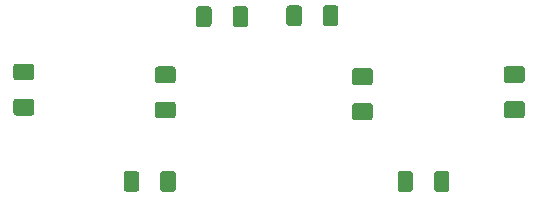
<source format=gbr>
G04 #@! TF.GenerationSoftware,KiCad,Pcbnew,(5.1.5-0-10_14)*
G04 #@! TF.CreationDate,2021-09-26T22:00:01-06:00*
G04 #@! TF.ProjectId,2021DC435,32303231-4443-4343-9335-2e6b69636164,rev?*
G04 #@! TF.SameCoordinates,Original*
G04 #@! TF.FileFunction,Paste,Bot*
G04 #@! TF.FilePolarity,Positive*
%FSLAX46Y46*%
G04 Gerber Fmt 4.6, Leading zero omitted, Abs format (unit mm)*
G04 Created by KiCad (PCBNEW (5.1.5-0-10_14)) date 2021-09-26 22:00:01*
%MOMM*%
%LPD*%
G04 APERTURE LIST*
%ADD10C,0.100000*%
G04 APERTURE END LIST*
D10*
G36*
X131080164Y-81092004D02*
G01*
X131104433Y-81095604D01*
X131128231Y-81101565D01*
X131151331Y-81109830D01*
X131173509Y-81120320D01*
X131194553Y-81132933D01*
X131214258Y-81147547D01*
X131232437Y-81164023D01*
X131248913Y-81182202D01*
X131263527Y-81201907D01*
X131276140Y-81222951D01*
X131286630Y-81245129D01*
X131294895Y-81268229D01*
X131300856Y-81292027D01*
X131304456Y-81316296D01*
X131305660Y-81340800D01*
X131305660Y-82590800D01*
X131304456Y-82615304D01*
X131300856Y-82639573D01*
X131294895Y-82663371D01*
X131286630Y-82686471D01*
X131276140Y-82708649D01*
X131263527Y-82729693D01*
X131248913Y-82749398D01*
X131232437Y-82767577D01*
X131214258Y-82784053D01*
X131194553Y-82798667D01*
X131173509Y-82811280D01*
X131151331Y-82821770D01*
X131128231Y-82830035D01*
X131104433Y-82835996D01*
X131080164Y-82839596D01*
X131055660Y-82840800D01*
X130255660Y-82840800D01*
X130231156Y-82839596D01*
X130206887Y-82835996D01*
X130183089Y-82830035D01*
X130159989Y-82821770D01*
X130137811Y-82811280D01*
X130116767Y-82798667D01*
X130097062Y-82784053D01*
X130078883Y-82767577D01*
X130062407Y-82749398D01*
X130047793Y-82729693D01*
X130035180Y-82708649D01*
X130024690Y-82686471D01*
X130016425Y-82663371D01*
X130010464Y-82639573D01*
X130006864Y-82615304D01*
X130005660Y-82590800D01*
X130005660Y-81340800D01*
X130006864Y-81316296D01*
X130010464Y-81292027D01*
X130016425Y-81268229D01*
X130024690Y-81245129D01*
X130035180Y-81222951D01*
X130047793Y-81201907D01*
X130062407Y-81182202D01*
X130078883Y-81164023D01*
X130097062Y-81147547D01*
X130116767Y-81132933D01*
X130137811Y-81120320D01*
X130159989Y-81109830D01*
X130183089Y-81101565D01*
X130206887Y-81095604D01*
X130231156Y-81092004D01*
X130255660Y-81090800D01*
X131055660Y-81090800D01*
X131080164Y-81092004D01*
G37*
G36*
X127980164Y-81092004D02*
G01*
X128004433Y-81095604D01*
X128028231Y-81101565D01*
X128051331Y-81109830D01*
X128073509Y-81120320D01*
X128094553Y-81132933D01*
X128114258Y-81147547D01*
X128132437Y-81164023D01*
X128148913Y-81182202D01*
X128163527Y-81201907D01*
X128176140Y-81222951D01*
X128186630Y-81245129D01*
X128194895Y-81268229D01*
X128200856Y-81292027D01*
X128204456Y-81316296D01*
X128205660Y-81340800D01*
X128205660Y-82590800D01*
X128204456Y-82615304D01*
X128200856Y-82639573D01*
X128194895Y-82663371D01*
X128186630Y-82686471D01*
X128176140Y-82708649D01*
X128163527Y-82729693D01*
X128148913Y-82749398D01*
X128132437Y-82767577D01*
X128114258Y-82784053D01*
X128094553Y-82798667D01*
X128073509Y-82811280D01*
X128051331Y-82821770D01*
X128028231Y-82830035D01*
X128004433Y-82835996D01*
X127980164Y-82839596D01*
X127955660Y-82840800D01*
X127155660Y-82840800D01*
X127131156Y-82839596D01*
X127106887Y-82835996D01*
X127083089Y-82830035D01*
X127059989Y-82821770D01*
X127037811Y-82811280D01*
X127016767Y-82798667D01*
X126997062Y-82784053D01*
X126978883Y-82767577D01*
X126962407Y-82749398D01*
X126947793Y-82729693D01*
X126935180Y-82708649D01*
X126924690Y-82686471D01*
X126916425Y-82663371D01*
X126910464Y-82639573D01*
X126906864Y-82615304D01*
X126905660Y-82590800D01*
X126905660Y-81340800D01*
X126906864Y-81316296D01*
X126910464Y-81292027D01*
X126916425Y-81268229D01*
X126924690Y-81245129D01*
X126935180Y-81222951D01*
X126947793Y-81201907D01*
X126962407Y-81182202D01*
X126978883Y-81164023D01*
X126997062Y-81147547D01*
X127016767Y-81132933D01*
X127037811Y-81120320D01*
X127059989Y-81109830D01*
X127083089Y-81101565D01*
X127106887Y-81095604D01*
X127131156Y-81092004D01*
X127155660Y-81090800D01*
X127955660Y-81090800D01*
X127980164Y-81092004D01*
G37*
G36*
X140483244Y-95117884D02*
G01*
X140507513Y-95121484D01*
X140531311Y-95127445D01*
X140554411Y-95135710D01*
X140576589Y-95146200D01*
X140597633Y-95158813D01*
X140617338Y-95173427D01*
X140635517Y-95189903D01*
X140651993Y-95208082D01*
X140666607Y-95227787D01*
X140679220Y-95248831D01*
X140689710Y-95271009D01*
X140697975Y-95294109D01*
X140703936Y-95317907D01*
X140707536Y-95342176D01*
X140708740Y-95366680D01*
X140708740Y-96616680D01*
X140707536Y-96641184D01*
X140703936Y-96665453D01*
X140697975Y-96689251D01*
X140689710Y-96712351D01*
X140679220Y-96734529D01*
X140666607Y-96755573D01*
X140651993Y-96775278D01*
X140635517Y-96793457D01*
X140617338Y-96809933D01*
X140597633Y-96824547D01*
X140576589Y-96837160D01*
X140554411Y-96847650D01*
X140531311Y-96855915D01*
X140507513Y-96861876D01*
X140483244Y-96865476D01*
X140458740Y-96866680D01*
X139658740Y-96866680D01*
X139634236Y-96865476D01*
X139609967Y-96861876D01*
X139586169Y-96855915D01*
X139563069Y-96847650D01*
X139540891Y-96837160D01*
X139519847Y-96824547D01*
X139500142Y-96809933D01*
X139481963Y-96793457D01*
X139465487Y-96775278D01*
X139450873Y-96755573D01*
X139438260Y-96734529D01*
X139427770Y-96712351D01*
X139419505Y-96689251D01*
X139413544Y-96665453D01*
X139409944Y-96641184D01*
X139408740Y-96616680D01*
X139408740Y-95366680D01*
X139409944Y-95342176D01*
X139413544Y-95317907D01*
X139419505Y-95294109D01*
X139427770Y-95271009D01*
X139438260Y-95248831D01*
X139450873Y-95227787D01*
X139465487Y-95208082D01*
X139481963Y-95189903D01*
X139500142Y-95173427D01*
X139519847Y-95158813D01*
X139540891Y-95146200D01*
X139563069Y-95135710D01*
X139586169Y-95127445D01*
X139609967Y-95121484D01*
X139634236Y-95117884D01*
X139658740Y-95116680D01*
X140458740Y-95116680D01*
X140483244Y-95117884D01*
G37*
G36*
X137383244Y-95117884D02*
G01*
X137407513Y-95121484D01*
X137431311Y-95127445D01*
X137454411Y-95135710D01*
X137476589Y-95146200D01*
X137497633Y-95158813D01*
X137517338Y-95173427D01*
X137535517Y-95189903D01*
X137551993Y-95208082D01*
X137566607Y-95227787D01*
X137579220Y-95248831D01*
X137589710Y-95271009D01*
X137597975Y-95294109D01*
X137603936Y-95317907D01*
X137607536Y-95342176D01*
X137608740Y-95366680D01*
X137608740Y-96616680D01*
X137607536Y-96641184D01*
X137603936Y-96665453D01*
X137597975Y-96689251D01*
X137589710Y-96712351D01*
X137579220Y-96734529D01*
X137566607Y-96755573D01*
X137551993Y-96775278D01*
X137535517Y-96793457D01*
X137517338Y-96809933D01*
X137497633Y-96824547D01*
X137476589Y-96837160D01*
X137454411Y-96847650D01*
X137431311Y-96855915D01*
X137407513Y-96861876D01*
X137383244Y-96865476D01*
X137358740Y-96866680D01*
X136558740Y-96866680D01*
X136534236Y-96865476D01*
X136509967Y-96861876D01*
X136486169Y-96855915D01*
X136463069Y-96847650D01*
X136440891Y-96837160D01*
X136419847Y-96824547D01*
X136400142Y-96809933D01*
X136381963Y-96793457D01*
X136365487Y-96775278D01*
X136350873Y-96755573D01*
X136338260Y-96734529D01*
X136327770Y-96712351D01*
X136319505Y-96689251D01*
X136313544Y-96665453D01*
X136309944Y-96641184D01*
X136308740Y-96616680D01*
X136308740Y-95366680D01*
X136309944Y-95342176D01*
X136313544Y-95317907D01*
X136319505Y-95294109D01*
X136327770Y-95271009D01*
X136338260Y-95248831D01*
X136350873Y-95227787D01*
X136365487Y-95208082D01*
X136381963Y-95189903D01*
X136400142Y-95173427D01*
X136419847Y-95158813D01*
X136440891Y-95146200D01*
X136463069Y-95135710D01*
X136486169Y-95127445D01*
X136509967Y-95121484D01*
X136534236Y-95117884D01*
X136558740Y-95116680D01*
X137358740Y-95116680D01*
X137383244Y-95117884D01*
G37*
G36*
X123434764Y-81173284D02*
G01*
X123459033Y-81176884D01*
X123482831Y-81182845D01*
X123505931Y-81191110D01*
X123528109Y-81201600D01*
X123549153Y-81214213D01*
X123568858Y-81228827D01*
X123587037Y-81245303D01*
X123603513Y-81263482D01*
X123618127Y-81283187D01*
X123630740Y-81304231D01*
X123641230Y-81326409D01*
X123649495Y-81349509D01*
X123655456Y-81373307D01*
X123659056Y-81397576D01*
X123660260Y-81422080D01*
X123660260Y-82672080D01*
X123659056Y-82696584D01*
X123655456Y-82720853D01*
X123649495Y-82744651D01*
X123641230Y-82767751D01*
X123630740Y-82789929D01*
X123618127Y-82810973D01*
X123603513Y-82830678D01*
X123587037Y-82848857D01*
X123568858Y-82865333D01*
X123549153Y-82879947D01*
X123528109Y-82892560D01*
X123505931Y-82903050D01*
X123482831Y-82911315D01*
X123459033Y-82917276D01*
X123434764Y-82920876D01*
X123410260Y-82922080D01*
X122610260Y-82922080D01*
X122585756Y-82920876D01*
X122561487Y-82917276D01*
X122537689Y-82911315D01*
X122514589Y-82903050D01*
X122492411Y-82892560D01*
X122471367Y-82879947D01*
X122451662Y-82865333D01*
X122433483Y-82848857D01*
X122417007Y-82830678D01*
X122402393Y-82810973D01*
X122389780Y-82789929D01*
X122379290Y-82767751D01*
X122371025Y-82744651D01*
X122365064Y-82720853D01*
X122361464Y-82696584D01*
X122360260Y-82672080D01*
X122360260Y-81422080D01*
X122361464Y-81397576D01*
X122365064Y-81373307D01*
X122371025Y-81349509D01*
X122379290Y-81326409D01*
X122389780Y-81304231D01*
X122402393Y-81283187D01*
X122417007Y-81263482D01*
X122433483Y-81245303D01*
X122451662Y-81228827D01*
X122471367Y-81214213D01*
X122492411Y-81201600D01*
X122514589Y-81191110D01*
X122537689Y-81182845D01*
X122561487Y-81176884D01*
X122585756Y-81173284D01*
X122610260Y-81172080D01*
X123410260Y-81172080D01*
X123434764Y-81173284D01*
G37*
G36*
X120334764Y-81173284D02*
G01*
X120359033Y-81176884D01*
X120382831Y-81182845D01*
X120405931Y-81191110D01*
X120428109Y-81201600D01*
X120449153Y-81214213D01*
X120468858Y-81228827D01*
X120487037Y-81245303D01*
X120503513Y-81263482D01*
X120518127Y-81283187D01*
X120530740Y-81304231D01*
X120541230Y-81326409D01*
X120549495Y-81349509D01*
X120555456Y-81373307D01*
X120559056Y-81397576D01*
X120560260Y-81422080D01*
X120560260Y-82672080D01*
X120559056Y-82696584D01*
X120555456Y-82720853D01*
X120549495Y-82744651D01*
X120541230Y-82767751D01*
X120530740Y-82789929D01*
X120518127Y-82810973D01*
X120503513Y-82830678D01*
X120487037Y-82848857D01*
X120468858Y-82865333D01*
X120449153Y-82879947D01*
X120428109Y-82892560D01*
X120405931Y-82903050D01*
X120382831Y-82911315D01*
X120359033Y-82917276D01*
X120334764Y-82920876D01*
X120310260Y-82922080D01*
X119510260Y-82922080D01*
X119485756Y-82920876D01*
X119461487Y-82917276D01*
X119437689Y-82911315D01*
X119414589Y-82903050D01*
X119392411Y-82892560D01*
X119371367Y-82879947D01*
X119351662Y-82865333D01*
X119333483Y-82848857D01*
X119317007Y-82830678D01*
X119302393Y-82810973D01*
X119289780Y-82789929D01*
X119279290Y-82767751D01*
X119271025Y-82744651D01*
X119265064Y-82720853D01*
X119261464Y-82696584D01*
X119260260Y-82672080D01*
X119260260Y-81422080D01*
X119261464Y-81397576D01*
X119265064Y-81373307D01*
X119271025Y-81349509D01*
X119279290Y-81326409D01*
X119289780Y-81304231D01*
X119302393Y-81283187D01*
X119317007Y-81263482D01*
X119333483Y-81245303D01*
X119351662Y-81228827D01*
X119371367Y-81214213D01*
X119392411Y-81201600D01*
X119414589Y-81191110D01*
X119437689Y-81182845D01*
X119461487Y-81176884D01*
X119485756Y-81173284D01*
X119510260Y-81172080D01*
X120310260Y-81172080D01*
X120334764Y-81173284D01*
G37*
G36*
X117300664Y-95117884D02*
G01*
X117324933Y-95121484D01*
X117348731Y-95127445D01*
X117371831Y-95135710D01*
X117394009Y-95146200D01*
X117415053Y-95158813D01*
X117434758Y-95173427D01*
X117452937Y-95189903D01*
X117469413Y-95208082D01*
X117484027Y-95227787D01*
X117496640Y-95248831D01*
X117507130Y-95271009D01*
X117515395Y-95294109D01*
X117521356Y-95317907D01*
X117524956Y-95342176D01*
X117526160Y-95366680D01*
X117526160Y-96616680D01*
X117524956Y-96641184D01*
X117521356Y-96665453D01*
X117515395Y-96689251D01*
X117507130Y-96712351D01*
X117496640Y-96734529D01*
X117484027Y-96755573D01*
X117469413Y-96775278D01*
X117452937Y-96793457D01*
X117434758Y-96809933D01*
X117415053Y-96824547D01*
X117394009Y-96837160D01*
X117371831Y-96847650D01*
X117348731Y-96855915D01*
X117324933Y-96861876D01*
X117300664Y-96865476D01*
X117276160Y-96866680D01*
X116476160Y-96866680D01*
X116451656Y-96865476D01*
X116427387Y-96861876D01*
X116403589Y-96855915D01*
X116380489Y-96847650D01*
X116358311Y-96837160D01*
X116337267Y-96824547D01*
X116317562Y-96809933D01*
X116299383Y-96793457D01*
X116282907Y-96775278D01*
X116268293Y-96755573D01*
X116255680Y-96734529D01*
X116245190Y-96712351D01*
X116236925Y-96689251D01*
X116230964Y-96665453D01*
X116227364Y-96641184D01*
X116226160Y-96616680D01*
X116226160Y-95366680D01*
X116227364Y-95342176D01*
X116230964Y-95317907D01*
X116236925Y-95294109D01*
X116245190Y-95271009D01*
X116255680Y-95248831D01*
X116268293Y-95227787D01*
X116282907Y-95208082D01*
X116299383Y-95189903D01*
X116317562Y-95173427D01*
X116337267Y-95158813D01*
X116358311Y-95146200D01*
X116380489Y-95135710D01*
X116403589Y-95127445D01*
X116427387Y-95121484D01*
X116451656Y-95117884D01*
X116476160Y-95116680D01*
X117276160Y-95116680D01*
X117300664Y-95117884D01*
G37*
G36*
X114200664Y-95117884D02*
G01*
X114224933Y-95121484D01*
X114248731Y-95127445D01*
X114271831Y-95135710D01*
X114294009Y-95146200D01*
X114315053Y-95158813D01*
X114334758Y-95173427D01*
X114352937Y-95189903D01*
X114369413Y-95208082D01*
X114384027Y-95227787D01*
X114396640Y-95248831D01*
X114407130Y-95271009D01*
X114415395Y-95294109D01*
X114421356Y-95317907D01*
X114424956Y-95342176D01*
X114426160Y-95366680D01*
X114426160Y-96616680D01*
X114424956Y-96641184D01*
X114421356Y-96665453D01*
X114415395Y-96689251D01*
X114407130Y-96712351D01*
X114396640Y-96734529D01*
X114384027Y-96755573D01*
X114369413Y-96775278D01*
X114352937Y-96793457D01*
X114334758Y-96809933D01*
X114315053Y-96824547D01*
X114294009Y-96837160D01*
X114271831Y-96847650D01*
X114248731Y-96855915D01*
X114224933Y-96861876D01*
X114200664Y-96865476D01*
X114176160Y-96866680D01*
X113376160Y-96866680D01*
X113351656Y-96865476D01*
X113327387Y-96861876D01*
X113303589Y-96855915D01*
X113280489Y-96847650D01*
X113258311Y-96837160D01*
X113237267Y-96824547D01*
X113217562Y-96809933D01*
X113199383Y-96793457D01*
X113182907Y-96775278D01*
X113168293Y-96755573D01*
X113155680Y-96734529D01*
X113145190Y-96712351D01*
X113136925Y-96689251D01*
X113130964Y-96665453D01*
X113127364Y-96641184D01*
X113126160Y-96616680D01*
X113126160Y-95366680D01*
X113127364Y-95342176D01*
X113130964Y-95317907D01*
X113136925Y-95294109D01*
X113145190Y-95271009D01*
X113155680Y-95248831D01*
X113168293Y-95227787D01*
X113182907Y-95208082D01*
X113199383Y-95189903D01*
X113217562Y-95173427D01*
X113237267Y-95158813D01*
X113258311Y-95146200D01*
X113280489Y-95135710D01*
X113303589Y-95127445D01*
X113327387Y-95121484D01*
X113351656Y-95117884D01*
X113376160Y-95116680D01*
X114176160Y-95116680D01*
X114200664Y-95117884D01*
G37*
G36*
X146846824Y-89211384D02*
G01*
X146871093Y-89214984D01*
X146894891Y-89220945D01*
X146917991Y-89229210D01*
X146940169Y-89239700D01*
X146961213Y-89252313D01*
X146980918Y-89266927D01*
X146999097Y-89283403D01*
X147015573Y-89301582D01*
X147030187Y-89321287D01*
X147042800Y-89342331D01*
X147053290Y-89364509D01*
X147061555Y-89387609D01*
X147067516Y-89411407D01*
X147071116Y-89435676D01*
X147072320Y-89460180D01*
X147072320Y-90385180D01*
X147071116Y-90409684D01*
X147067516Y-90433953D01*
X147061555Y-90457751D01*
X147053290Y-90480851D01*
X147042800Y-90503029D01*
X147030187Y-90524073D01*
X147015573Y-90543778D01*
X146999097Y-90561957D01*
X146980918Y-90578433D01*
X146961213Y-90593047D01*
X146940169Y-90605660D01*
X146917991Y-90616150D01*
X146894891Y-90624415D01*
X146871093Y-90630376D01*
X146846824Y-90633976D01*
X146822320Y-90635180D01*
X145572320Y-90635180D01*
X145547816Y-90633976D01*
X145523547Y-90630376D01*
X145499749Y-90624415D01*
X145476649Y-90616150D01*
X145454471Y-90605660D01*
X145433427Y-90593047D01*
X145413722Y-90578433D01*
X145395543Y-90561957D01*
X145379067Y-90543778D01*
X145364453Y-90524073D01*
X145351840Y-90503029D01*
X145341350Y-90480851D01*
X145333085Y-90457751D01*
X145327124Y-90433953D01*
X145323524Y-90409684D01*
X145322320Y-90385180D01*
X145322320Y-89460180D01*
X145323524Y-89435676D01*
X145327124Y-89411407D01*
X145333085Y-89387609D01*
X145341350Y-89364509D01*
X145351840Y-89342331D01*
X145364453Y-89321287D01*
X145379067Y-89301582D01*
X145395543Y-89283403D01*
X145413722Y-89266927D01*
X145433427Y-89252313D01*
X145454471Y-89239700D01*
X145476649Y-89229210D01*
X145499749Y-89220945D01*
X145523547Y-89214984D01*
X145547816Y-89211384D01*
X145572320Y-89210180D01*
X146822320Y-89210180D01*
X146846824Y-89211384D01*
G37*
G36*
X146846824Y-86236384D02*
G01*
X146871093Y-86239984D01*
X146894891Y-86245945D01*
X146917991Y-86254210D01*
X146940169Y-86264700D01*
X146961213Y-86277313D01*
X146980918Y-86291927D01*
X146999097Y-86308403D01*
X147015573Y-86326582D01*
X147030187Y-86346287D01*
X147042800Y-86367331D01*
X147053290Y-86389509D01*
X147061555Y-86412609D01*
X147067516Y-86436407D01*
X147071116Y-86460676D01*
X147072320Y-86485180D01*
X147072320Y-87410180D01*
X147071116Y-87434684D01*
X147067516Y-87458953D01*
X147061555Y-87482751D01*
X147053290Y-87505851D01*
X147042800Y-87528029D01*
X147030187Y-87549073D01*
X147015573Y-87568778D01*
X146999097Y-87586957D01*
X146980918Y-87603433D01*
X146961213Y-87618047D01*
X146940169Y-87630660D01*
X146917991Y-87641150D01*
X146894891Y-87649415D01*
X146871093Y-87655376D01*
X146846824Y-87658976D01*
X146822320Y-87660180D01*
X145572320Y-87660180D01*
X145547816Y-87658976D01*
X145523547Y-87655376D01*
X145499749Y-87649415D01*
X145476649Y-87641150D01*
X145454471Y-87630660D01*
X145433427Y-87618047D01*
X145413722Y-87603433D01*
X145395543Y-87586957D01*
X145379067Y-87568778D01*
X145364453Y-87549073D01*
X145351840Y-87528029D01*
X145341350Y-87505851D01*
X145333085Y-87482751D01*
X145327124Y-87458953D01*
X145323524Y-87434684D01*
X145322320Y-87410180D01*
X145322320Y-86485180D01*
X145323524Y-86460676D01*
X145327124Y-86436407D01*
X145333085Y-86412609D01*
X145341350Y-86389509D01*
X145351840Y-86367331D01*
X145364453Y-86346287D01*
X145379067Y-86326582D01*
X145395543Y-86308403D01*
X145413722Y-86291927D01*
X145433427Y-86277313D01*
X145454471Y-86264700D01*
X145476649Y-86254210D01*
X145499749Y-86245945D01*
X145523547Y-86239984D01*
X145547816Y-86236384D01*
X145572320Y-86235180D01*
X146822320Y-86235180D01*
X146846824Y-86236384D01*
G37*
G36*
X133981724Y-89386644D02*
G01*
X134005993Y-89390244D01*
X134029791Y-89396205D01*
X134052891Y-89404470D01*
X134075069Y-89414960D01*
X134096113Y-89427573D01*
X134115818Y-89442187D01*
X134133997Y-89458663D01*
X134150473Y-89476842D01*
X134165087Y-89496547D01*
X134177700Y-89517591D01*
X134188190Y-89539769D01*
X134196455Y-89562869D01*
X134202416Y-89586667D01*
X134206016Y-89610936D01*
X134207220Y-89635440D01*
X134207220Y-90560440D01*
X134206016Y-90584944D01*
X134202416Y-90609213D01*
X134196455Y-90633011D01*
X134188190Y-90656111D01*
X134177700Y-90678289D01*
X134165087Y-90699333D01*
X134150473Y-90719038D01*
X134133997Y-90737217D01*
X134115818Y-90753693D01*
X134096113Y-90768307D01*
X134075069Y-90780920D01*
X134052891Y-90791410D01*
X134029791Y-90799675D01*
X134005993Y-90805636D01*
X133981724Y-90809236D01*
X133957220Y-90810440D01*
X132707220Y-90810440D01*
X132682716Y-90809236D01*
X132658447Y-90805636D01*
X132634649Y-90799675D01*
X132611549Y-90791410D01*
X132589371Y-90780920D01*
X132568327Y-90768307D01*
X132548622Y-90753693D01*
X132530443Y-90737217D01*
X132513967Y-90719038D01*
X132499353Y-90699333D01*
X132486740Y-90678289D01*
X132476250Y-90656111D01*
X132467985Y-90633011D01*
X132462024Y-90609213D01*
X132458424Y-90584944D01*
X132457220Y-90560440D01*
X132457220Y-89635440D01*
X132458424Y-89610936D01*
X132462024Y-89586667D01*
X132467985Y-89562869D01*
X132476250Y-89539769D01*
X132486740Y-89517591D01*
X132499353Y-89496547D01*
X132513967Y-89476842D01*
X132530443Y-89458663D01*
X132548622Y-89442187D01*
X132568327Y-89427573D01*
X132589371Y-89414960D01*
X132611549Y-89404470D01*
X132634649Y-89396205D01*
X132658447Y-89390244D01*
X132682716Y-89386644D01*
X132707220Y-89385440D01*
X133957220Y-89385440D01*
X133981724Y-89386644D01*
G37*
G36*
X133981724Y-86411644D02*
G01*
X134005993Y-86415244D01*
X134029791Y-86421205D01*
X134052891Y-86429470D01*
X134075069Y-86439960D01*
X134096113Y-86452573D01*
X134115818Y-86467187D01*
X134133997Y-86483663D01*
X134150473Y-86501842D01*
X134165087Y-86521547D01*
X134177700Y-86542591D01*
X134188190Y-86564769D01*
X134196455Y-86587869D01*
X134202416Y-86611667D01*
X134206016Y-86635936D01*
X134207220Y-86660440D01*
X134207220Y-87585440D01*
X134206016Y-87609944D01*
X134202416Y-87634213D01*
X134196455Y-87658011D01*
X134188190Y-87681111D01*
X134177700Y-87703289D01*
X134165087Y-87724333D01*
X134150473Y-87744038D01*
X134133997Y-87762217D01*
X134115818Y-87778693D01*
X134096113Y-87793307D01*
X134075069Y-87805920D01*
X134052891Y-87816410D01*
X134029791Y-87824675D01*
X134005993Y-87830636D01*
X133981724Y-87834236D01*
X133957220Y-87835440D01*
X132707220Y-87835440D01*
X132682716Y-87834236D01*
X132658447Y-87830636D01*
X132634649Y-87824675D01*
X132611549Y-87816410D01*
X132589371Y-87805920D01*
X132568327Y-87793307D01*
X132548622Y-87778693D01*
X132530443Y-87762217D01*
X132513967Y-87744038D01*
X132499353Y-87724333D01*
X132486740Y-87703289D01*
X132476250Y-87681111D01*
X132467985Y-87658011D01*
X132462024Y-87634213D01*
X132458424Y-87609944D01*
X132457220Y-87585440D01*
X132457220Y-86660440D01*
X132458424Y-86635936D01*
X132462024Y-86611667D01*
X132467985Y-86587869D01*
X132476250Y-86564769D01*
X132486740Y-86542591D01*
X132499353Y-86521547D01*
X132513967Y-86501842D01*
X132530443Y-86483663D01*
X132548622Y-86467187D01*
X132568327Y-86452573D01*
X132589371Y-86439960D01*
X132611549Y-86429470D01*
X132634649Y-86421205D01*
X132658447Y-86415244D01*
X132682716Y-86411644D01*
X132707220Y-86410440D01*
X133957220Y-86410440D01*
X133981724Y-86411644D01*
G37*
G36*
X117293924Y-89236784D02*
G01*
X117318193Y-89240384D01*
X117341991Y-89246345D01*
X117365091Y-89254610D01*
X117387269Y-89265100D01*
X117408313Y-89277713D01*
X117428018Y-89292327D01*
X117446197Y-89308803D01*
X117462673Y-89326982D01*
X117477287Y-89346687D01*
X117489900Y-89367731D01*
X117500390Y-89389909D01*
X117508655Y-89413009D01*
X117514616Y-89436807D01*
X117518216Y-89461076D01*
X117519420Y-89485580D01*
X117519420Y-90410580D01*
X117518216Y-90435084D01*
X117514616Y-90459353D01*
X117508655Y-90483151D01*
X117500390Y-90506251D01*
X117489900Y-90528429D01*
X117477287Y-90549473D01*
X117462673Y-90569178D01*
X117446197Y-90587357D01*
X117428018Y-90603833D01*
X117408313Y-90618447D01*
X117387269Y-90631060D01*
X117365091Y-90641550D01*
X117341991Y-90649815D01*
X117318193Y-90655776D01*
X117293924Y-90659376D01*
X117269420Y-90660580D01*
X116019420Y-90660580D01*
X115994916Y-90659376D01*
X115970647Y-90655776D01*
X115946849Y-90649815D01*
X115923749Y-90641550D01*
X115901571Y-90631060D01*
X115880527Y-90618447D01*
X115860822Y-90603833D01*
X115842643Y-90587357D01*
X115826167Y-90569178D01*
X115811553Y-90549473D01*
X115798940Y-90528429D01*
X115788450Y-90506251D01*
X115780185Y-90483151D01*
X115774224Y-90459353D01*
X115770624Y-90435084D01*
X115769420Y-90410580D01*
X115769420Y-89485580D01*
X115770624Y-89461076D01*
X115774224Y-89436807D01*
X115780185Y-89413009D01*
X115788450Y-89389909D01*
X115798940Y-89367731D01*
X115811553Y-89346687D01*
X115826167Y-89326982D01*
X115842643Y-89308803D01*
X115860822Y-89292327D01*
X115880527Y-89277713D01*
X115901571Y-89265100D01*
X115923749Y-89254610D01*
X115946849Y-89246345D01*
X115970647Y-89240384D01*
X115994916Y-89236784D01*
X116019420Y-89235580D01*
X117269420Y-89235580D01*
X117293924Y-89236784D01*
G37*
G36*
X117293924Y-86261784D02*
G01*
X117318193Y-86265384D01*
X117341991Y-86271345D01*
X117365091Y-86279610D01*
X117387269Y-86290100D01*
X117408313Y-86302713D01*
X117428018Y-86317327D01*
X117446197Y-86333803D01*
X117462673Y-86351982D01*
X117477287Y-86371687D01*
X117489900Y-86392731D01*
X117500390Y-86414909D01*
X117508655Y-86438009D01*
X117514616Y-86461807D01*
X117518216Y-86486076D01*
X117519420Y-86510580D01*
X117519420Y-87435580D01*
X117518216Y-87460084D01*
X117514616Y-87484353D01*
X117508655Y-87508151D01*
X117500390Y-87531251D01*
X117489900Y-87553429D01*
X117477287Y-87574473D01*
X117462673Y-87594178D01*
X117446197Y-87612357D01*
X117428018Y-87628833D01*
X117408313Y-87643447D01*
X117387269Y-87656060D01*
X117365091Y-87666550D01*
X117341991Y-87674815D01*
X117318193Y-87680776D01*
X117293924Y-87684376D01*
X117269420Y-87685580D01*
X116019420Y-87685580D01*
X115994916Y-87684376D01*
X115970647Y-87680776D01*
X115946849Y-87674815D01*
X115923749Y-87666550D01*
X115901571Y-87656060D01*
X115880527Y-87643447D01*
X115860822Y-87628833D01*
X115842643Y-87612357D01*
X115826167Y-87594178D01*
X115811553Y-87574473D01*
X115798940Y-87553429D01*
X115788450Y-87531251D01*
X115780185Y-87508151D01*
X115774224Y-87484353D01*
X115770624Y-87460084D01*
X115769420Y-87435580D01*
X115769420Y-86510580D01*
X115770624Y-86486076D01*
X115774224Y-86461807D01*
X115780185Y-86438009D01*
X115788450Y-86414909D01*
X115798940Y-86392731D01*
X115811553Y-86371687D01*
X115826167Y-86351982D01*
X115842643Y-86333803D01*
X115860822Y-86317327D01*
X115880527Y-86302713D01*
X115901571Y-86290100D01*
X115923749Y-86279610D01*
X115946849Y-86271345D01*
X115970647Y-86265384D01*
X115994916Y-86261784D01*
X116019420Y-86260580D01*
X117269420Y-86260580D01*
X117293924Y-86261784D01*
G37*
G36*
X105312744Y-88998024D02*
G01*
X105337013Y-89001624D01*
X105360811Y-89007585D01*
X105383911Y-89015850D01*
X105406089Y-89026340D01*
X105427133Y-89038953D01*
X105446838Y-89053567D01*
X105465017Y-89070043D01*
X105481493Y-89088222D01*
X105496107Y-89107927D01*
X105508720Y-89128971D01*
X105519210Y-89151149D01*
X105527475Y-89174249D01*
X105533436Y-89198047D01*
X105537036Y-89222316D01*
X105538240Y-89246820D01*
X105538240Y-90171820D01*
X105537036Y-90196324D01*
X105533436Y-90220593D01*
X105527475Y-90244391D01*
X105519210Y-90267491D01*
X105508720Y-90289669D01*
X105496107Y-90310713D01*
X105481493Y-90330418D01*
X105465017Y-90348597D01*
X105446838Y-90365073D01*
X105427133Y-90379687D01*
X105406089Y-90392300D01*
X105383911Y-90402790D01*
X105360811Y-90411055D01*
X105337013Y-90417016D01*
X105312744Y-90420616D01*
X105288240Y-90421820D01*
X104038240Y-90421820D01*
X104013736Y-90420616D01*
X103989467Y-90417016D01*
X103965669Y-90411055D01*
X103942569Y-90402790D01*
X103920391Y-90392300D01*
X103899347Y-90379687D01*
X103879642Y-90365073D01*
X103861463Y-90348597D01*
X103844987Y-90330418D01*
X103830373Y-90310713D01*
X103817760Y-90289669D01*
X103807270Y-90267491D01*
X103799005Y-90244391D01*
X103793044Y-90220593D01*
X103789444Y-90196324D01*
X103788240Y-90171820D01*
X103788240Y-89246820D01*
X103789444Y-89222316D01*
X103793044Y-89198047D01*
X103799005Y-89174249D01*
X103807270Y-89151149D01*
X103817760Y-89128971D01*
X103830373Y-89107927D01*
X103844987Y-89088222D01*
X103861463Y-89070043D01*
X103879642Y-89053567D01*
X103899347Y-89038953D01*
X103920391Y-89026340D01*
X103942569Y-89015850D01*
X103965669Y-89007585D01*
X103989467Y-89001624D01*
X104013736Y-88998024D01*
X104038240Y-88996820D01*
X105288240Y-88996820D01*
X105312744Y-88998024D01*
G37*
G36*
X105312744Y-86023024D02*
G01*
X105337013Y-86026624D01*
X105360811Y-86032585D01*
X105383911Y-86040850D01*
X105406089Y-86051340D01*
X105427133Y-86063953D01*
X105446838Y-86078567D01*
X105465017Y-86095043D01*
X105481493Y-86113222D01*
X105496107Y-86132927D01*
X105508720Y-86153971D01*
X105519210Y-86176149D01*
X105527475Y-86199249D01*
X105533436Y-86223047D01*
X105537036Y-86247316D01*
X105538240Y-86271820D01*
X105538240Y-87196820D01*
X105537036Y-87221324D01*
X105533436Y-87245593D01*
X105527475Y-87269391D01*
X105519210Y-87292491D01*
X105508720Y-87314669D01*
X105496107Y-87335713D01*
X105481493Y-87355418D01*
X105465017Y-87373597D01*
X105446838Y-87390073D01*
X105427133Y-87404687D01*
X105406089Y-87417300D01*
X105383911Y-87427790D01*
X105360811Y-87436055D01*
X105337013Y-87442016D01*
X105312744Y-87445616D01*
X105288240Y-87446820D01*
X104038240Y-87446820D01*
X104013736Y-87445616D01*
X103989467Y-87442016D01*
X103965669Y-87436055D01*
X103942569Y-87427790D01*
X103920391Y-87417300D01*
X103899347Y-87404687D01*
X103879642Y-87390073D01*
X103861463Y-87373597D01*
X103844987Y-87355418D01*
X103830373Y-87335713D01*
X103817760Y-87314669D01*
X103807270Y-87292491D01*
X103799005Y-87269391D01*
X103793044Y-87245593D01*
X103789444Y-87221324D01*
X103788240Y-87196820D01*
X103788240Y-86271820D01*
X103789444Y-86247316D01*
X103793044Y-86223047D01*
X103799005Y-86199249D01*
X103807270Y-86176149D01*
X103817760Y-86153971D01*
X103830373Y-86132927D01*
X103844987Y-86113222D01*
X103861463Y-86095043D01*
X103879642Y-86078567D01*
X103899347Y-86063953D01*
X103920391Y-86051340D01*
X103942569Y-86040850D01*
X103965669Y-86032585D01*
X103989467Y-86026624D01*
X104013736Y-86023024D01*
X104038240Y-86021820D01*
X105288240Y-86021820D01*
X105312744Y-86023024D01*
G37*
M02*

</source>
